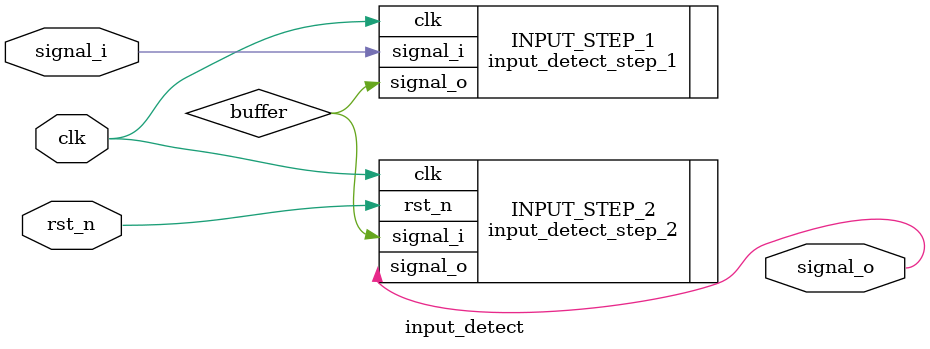
<source format=v>
`timescale 1ns / 1ps

module input_detect (
    input  clk,
    input  rst_n,
    input  signal_i,
    output signal_o
);
    
    wire buffer;

    input_detect_step_1 INPUT_STEP_1 (
        .clk(clk),
        .signal_i(signal_i),
        .signal_o(buffer)
    );

    input_detect_step_2 INPUT_STEP_2 (
        .clk(clk),
        .rst_n(rst_n),
        .signal_i(buffer),
        .signal_o(signal_o)
    );
    
endmodule

</source>
